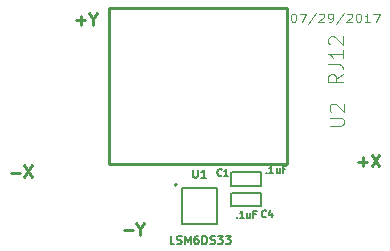
<source format=gto>
G04 #@! TF.FileFunction,Legend,Top*
%FSLAX46Y46*%
G04 Gerber Fmt 4.6, Leading zero omitted, Abs format (unit mm)*
G04 Created by KiCad (PCBNEW 4.0.6-e0-6349~53~ubuntu16.04.1) date Sat Jul 29 16:24:50 2017*
%MOMM*%
%LPD*%
G01*
G04 APERTURE LIST*
%ADD10C,0.150000*%
%ADD11C,0.125000*%
%ADD12C,0.250000*%
%ADD13C,0.254000*%
%ADD14C,0.200660*%
%ADD15C,0.127000*%
%ADD16C,0.099060*%
%ADD17C,0.175000*%
%ADD18C,0.170000*%
G04 APERTURE END LIST*
D10*
D11*
X159957142Y-92516667D02*
X160033333Y-92516667D01*
X160109523Y-92550000D01*
X160147618Y-92583333D01*
X160185714Y-92650000D01*
X160223809Y-92783333D01*
X160223809Y-92950000D01*
X160185714Y-93083333D01*
X160147618Y-93150000D01*
X160109523Y-93183333D01*
X160033333Y-93216667D01*
X159957142Y-93216667D01*
X159880952Y-93183333D01*
X159842856Y-93150000D01*
X159804761Y-93083333D01*
X159766666Y-92950000D01*
X159766666Y-92783333D01*
X159804761Y-92650000D01*
X159842856Y-92583333D01*
X159880952Y-92550000D01*
X159957142Y-92516667D01*
X160490476Y-92516667D02*
X161023809Y-92516667D01*
X160680952Y-93216667D01*
X161900000Y-92483333D02*
X161214285Y-93383333D01*
X162128571Y-92583333D02*
X162166666Y-92550000D01*
X162242857Y-92516667D01*
X162433333Y-92516667D01*
X162509523Y-92550000D01*
X162547619Y-92583333D01*
X162585714Y-92650000D01*
X162585714Y-92716667D01*
X162547619Y-92816667D01*
X162090476Y-93216667D01*
X162585714Y-93216667D01*
X162966666Y-93216667D02*
X163119047Y-93216667D01*
X163195238Y-93183333D01*
X163233333Y-93150000D01*
X163309524Y-93050000D01*
X163347619Y-92916667D01*
X163347619Y-92650000D01*
X163309524Y-92583333D01*
X163271428Y-92550000D01*
X163195238Y-92516667D01*
X163042857Y-92516667D01*
X162966666Y-92550000D01*
X162928571Y-92583333D01*
X162890476Y-92650000D01*
X162890476Y-92816667D01*
X162928571Y-92883333D01*
X162966666Y-92916667D01*
X163042857Y-92950000D01*
X163195238Y-92950000D01*
X163271428Y-92916667D01*
X163309524Y-92883333D01*
X163347619Y-92816667D01*
X164261905Y-92483333D02*
X163576190Y-93383333D01*
X164490476Y-92583333D02*
X164528571Y-92550000D01*
X164604762Y-92516667D01*
X164795238Y-92516667D01*
X164871428Y-92550000D01*
X164909524Y-92583333D01*
X164947619Y-92650000D01*
X164947619Y-92716667D01*
X164909524Y-92816667D01*
X164452381Y-93216667D01*
X164947619Y-93216667D01*
X165442857Y-92516667D02*
X165519048Y-92516667D01*
X165595238Y-92550000D01*
X165633333Y-92583333D01*
X165671429Y-92650000D01*
X165709524Y-92783333D01*
X165709524Y-92950000D01*
X165671429Y-93083333D01*
X165633333Y-93150000D01*
X165595238Y-93183333D01*
X165519048Y-93216667D01*
X165442857Y-93216667D01*
X165366667Y-93183333D01*
X165328571Y-93150000D01*
X165290476Y-93083333D01*
X165252381Y-92950000D01*
X165252381Y-92783333D01*
X165290476Y-92650000D01*
X165328571Y-92583333D01*
X165366667Y-92550000D01*
X165442857Y-92516667D01*
X166471429Y-93216667D02*
X166014286Y-93216667D01*
X166242857Y-93216667D02*
X166242857Y-92516667D01*
X166166667Y-92616667D01*
X166090476Y-92683333D01*
X166014286Y-92716667D01*
X166738096Y-92516667D02*
X167271429Y-92516667D01*
X166928572Y-93216667D01*
D12*
X136042857Y-105971429D02*
X136804762Y-105971429D01*
X137185714Y-105352381D02*
X137852381Y-106352381D01*
X137852381Y-105352381D02*
X137185714Y-106352381D01*
X145590476Y-110871429D02*
X146352381Y-110871429D01*
X147019047Y-110776190D02*
X147019047Y-111252381D01*
X146685714Y-110252381D02*
X147019047Y-110776190D01*
X147352381Y-110252381D01*
X165442857Y-105071429D02*
X166204762Y-105071429D01*
X165823810Y-105452381D02*
X165823810Y-104690476D01*
X166585714Y-104452381D02*
X167252381Y-105452381D01*
X167252381Y-104452381D02*
X166585714Y-105452381D01*
X141590476Y-93071429D02*
X142352381Y-93071429D01*
X141971429Y-93452381D02*
X141971429Y-92690476D01*
X143019047Y-92976190D02*
X143019047Y-93452381D01*
X142685714Y-92452381D02*
X143019047Y-92976190D01*
X143352381Y-92452381D01*
D13*
X159440000Y-91995000D02*
X159440000Y-105205000D01*
X159440000Y-105205000D02*
X144360000Y-105205000D01*
X144360000Y-105205000D02*
X144360000Y-91995000D01*
X144360000Y-91995000D02*
X159440000Y-91995000D01*
D10*
X150100000Y-107000000D02*
G75*
G03X150100000Y-107000000I-100000J0D01*
G01*
D14*
X153500000Y-107300000D02*
X153500000Y-110300000D01*
X153500000Y-110300000D02*
X150500000Y-110300000D01*
X150500000Y-107300000D02*
X150500000Y-110300000D01*
X150500000Y-107300000D02*
X153500000Y-107300000D01*
D15*
X154750000Y-107680000D02*
X157250000Y-107680000D01*
X157270000Y-107680000D02*
X157270000Y-108820000D01*
X157250000Y-108820000D02*
X154750000Y-108820000D01*
X154730000Y-108820000D02*
X154730000Y-107680000D01*
X154750000Y-105930000D02*
X157250000Y-105930000D01*
X157270000Y-105930000D02*
X157270000Y-107070000D01*
X157250000Y-107070000D02*
X154750000Y-107070000D01*
X154730000Y-107070000D02*
X154730000Y-105930000D01*
D16*
X163042857Y-102014286D02*
X164014286Y-102014286D01*
X164128571Y-101957143D01*
X164185714Y-101900000D01*
X164242857Y-101785714D01*
X164242857Y-101557143D01*
X164185714Y-101442857D01*
X164128571Y-101385714D01*
X164014286Y-101328571D01*
X163042857Y-101328571D01*
X163157143Y-100814286D02*
X163100000Y-100757143D01*
X163042857Y-100642857D01*
X163042857Y-100357143D01*
X163100000Y-100242857D01*
X163157143Y-100185714D01*
X163271429Y-100128571D01*
X163385714Y-100128571D01*
X163557143Y-100185714D01*
X164242857Y-100871428D01*
X164242857Y-100128571D01*
X164142857Y-97628571D02*
X163571429Y-98028571D01*
X164142857Y-98314286D02*
X162942857Y-98314286D01*
X162942857Y-97857143D01*
X163000000Y-97742857D01*
X163057143Y-97685714D01*
X163171429Y-97628571D01*
X163342857Y-97628571D01*
X163457143Y-97685714D01*
X163514286Y-97742857D01*
X163571429Y-97857143D01*
X163571429Y-98314286D01*
X162942857Y-96771429D02*
X163800000Y-96771429D01*
X163971429Y-96828571D01*
X164085714Y-96942857D01*
X164142857Y-97114286D01*
X164142857Y-97228571D01*
X164142857Y-95571428D02*
X164142857Y-96257143D01*
X164142857Y-95914285D02*
X162942857Y-95914285D01*
X163114286Y-96028571D01*
X163228571Y-96142857D01*
X163285714Y-96257143D01*
X163057143Y-95114286D02*
X163000000Y-95057143D01*
X162942857Y-94942857D01*
X162942857Y-94657143D01*
X163000000Y-94542857D01*
X163057143Y-94485714D01*
X163171429Y-94428571D01*
X163285714Y-94428571D01*
X163457143Y-94485714D01*
X164142857Y-95171428D01*
X164142857Y-94428571D01*
D17*
X151466667Y-105716667D02*
X151466667Y-106283333D01*
X151500000Y-106350000D01*
X151533333Y-106383333D01*
X151600000Y-106416667D01*
X151733333Y-106416667D01*
X151800000Y-106383333D01*
X151833333Y-106350000D01*
X151866667Y-106283333D01*
X151866667Y-105716667D01*
X152566666Y-106416667D02*
X152166666Y-106416667D01*
X152366666Y-106416667D02*
X152366666Y-105716667D01*
X152300000Y-105816667D01*
X152233333Y-105883333D01*
X152166666Y-105916667D01*
D18*
X149899999Y-112016667D02*
X149566666Y-112016667D01*
X149566666Y-111316667D01*
X150099999Y-111983333D02*
X150199999Y-112016667D01*
X150366666Y-112016667D01*
X150433333Y-111983333D01*
X150466666Y-111950000D01*
X150499999Y-111883333D01*
X150499999Y-111816667D01*
X150466666Y-111750000D01*
X150433333Y-111716667D01*
X150366666Y-111683333D01*
X150233333Y-111650000D01*
X150166666Y-111616667D01*
X150133333Y-111583333D01*
X150099999Y-111516667D01*
X150099999Y-111450000D01*
X150133333Y-111383333D01*
X150166666Y-111350000D01*
X150233333Y-111316667D01*
X150399999Y-111316667D01*
X150499999Y-111350000D01*
X150800000Y-112016667D02*
X150800000Y-111316667D01*
X151033333Y-111816667D01*
X151266666Y-111316667D01*
X151266666Y-112016667D01*
X151900000Y-111316667D02*
X151766666Y-111316667D01*
X151700000Y-111350000D01*
X151666666Y-111383333D01*
X151600000Y-111483333D01*
X151566666Y-111616667D01*
X151566666Y-111883333D01*
X151600000Y-111950000D01*
X151633333Y-111983333D01*
X151700000Y-112016667D01*
X151833333Y-112016667D01*
X151900000Y-111983333D01*
X151933333Y-111950000D01*
X151966666Y-111883333D01*
X151966666Y-111716667D01*
X151933333Y-111650000D01*
X151900000Y-111616667D01*
X151833333Y-111583333D01*
X151700000Y-111583333D01*
X151633333Y-111616667D01*
X151600000Y-111650000D01*
X151566666Y-111716667D01*
X152266667Y-112016667D02*
X152266667Y-111316667D01*
X152433333Y-111316667D01*
X152533333Y-111350000D01*
X152600000Y-111416667D01*
X152633333Y-111483333D01*
X152666667Y-111616667D01*
X152666667Y-111716667D01*
X152633333Y-111850000D01*
X152600000Y-111916667D01*
X152533333Y-111983333D01*
X152433333Y-112016667D01*
X152266667Y-112016667D01*
X152933333Y-111983333D02*
X153033333Y-112016667D01*
X153200000Y-112016667D01*
X153266667Y-111983333D01*
X153300000Y-111950000D01*
X153333333Y-111883333D01*
X153333333Y-111816667D01*
X153300000Y-111750000D01*
X153266667Y-111716667D01*
X153200000Y-111683333D01*
X153066667Y-111650000D01*
X153000000Y-111616667D01*
X152966667Y-111583333D01*
X152933333Y-111516667D01*
X152933333Y-111450000D01*
X152966667Y-111383333D01*
X153000000Y-111350000D01*
X153066667Y-111316667D01*
X153233333Y-111316667D01*
X153333333Y-111350000D01*
X153566667Y-111316667D02*
X154000000Y-111316667D01*
X153766667Y-111583333D01*
X153866667Y-111583333D01*
X153933334Y-111616667D01*
X153966667Y-111650000D01*
X154000000Y-111716667D01*
X154000000Y-111883333D01*
X153966667Y-111950000D01*
X153933334Y-111983333D01*
X153866667Y-112016667D01*
X153666667Y-112016667D01*
X153600000Y-111983333D01*
X153566667Y-111950000D01*
X154233334Y-111316667D02*
X154666667Y-111316667D01*
X154433334Y-111583333D01*
X154533334Y-111583333D01*
X154600001Y-111616667D01*
X154633334Y-111650000D01*
X154666667Y-111716667D01*
X154666667Y-111883333D01*
X154633334Y-111950000D01*
X154600001Y-111983333D01*
X154533334Y-112016667D01*
X154333334Y-112016667D01*
X154266667Y-111983333D01*
X154233334Y-111950000D01*
D10*
X157650000Y-109714286D02*
X157621429Y-109742857D01*
X157535715Y-109771429D01*
X157478572Y-109771429D01*
X157392857Y-109742857D01*
X157335715Y-109685714D01*
X157307143Y-109628571D01*
X157278572Y-109514286D01*
X157278572Y-109428571D01*
X157307143Y-109314286D01*
X157335715Y-109257143D01*
X157392857Y-109200000D01*
X157478572Y-109171429D01*
X157535715Y-109171429D01*
X157621429Y-109200000D01*
X157650000Y-109228571D01*
X158164286Y-109371429D02*
X158164286Y-109771429D01*
X158021429Y-109142857D02*
X157878572Y-109571429D01*
X158250000Y-109571429D01*
X155185714Y-109764286D02*
X155214286Y-109792857D01*
X155185714Y-109821429D01*
X155157143Y-109792857D01*
X155185714Y-109764286D01*
X155185714Y-109821429D01*
X155785714Y-109821429D02*
X155442857Y-109821429D01*
X155614285Y-109821429D02*
X155614285Y-109221429D01*
X155557142Y-109307143D01*
X155500000Y-109364286D01*
X155442857Y-109392857D01*
X156300000Y-109421429D02*
X156300000Y-109821429D01*
X156042857Y-109421429D02*
X156042857Y-109735714D01*
X156071429Y-109792857D01*
X156128571Y-109821429D01*
X156214286Y-109821429D01*
X156271429Y-109792857D01*
X156300000Y-109764286D01*
X156785714Y-109507143D02*
X156585714Y-109507143D01*
X156585714Y-109821429D02*
X156585714Y-109221429D01*
X156871428Y-109221429D01*
X153900000Y-106214286D02*
X153871429Y-106242857D01*
X153785715Y-106271429D01*
X153728572Y-106271429D01*
X153642857Y-106242857D01*
X153585715Y-106185714D01*
X153557143Y-106128571D01*
X153528572Y-106014286D01*
X153528572Y-105928571D01*
X153557143Y-105814286D01*
X153585715Y-105757143D01*
X153642857Y-105700000D01*
X153728572Y-105671429D01*
X153785715Y-105671429D01*
X153871429Y-105700000D01*
X153900000Y-105728571D01*
X154471429Y-106271429D02*
X154128572Y-106271429D01*
X154300000Y-106271429D02*
X154300000Y-105671429D01*
X154242857Y-105757143D01*
X154185715Y-105814286D01*
X154128572Y-105842857D01*
X157685714Y-105964286D02*
X157714286Y-105992857D01*
X157685714Y-106021429D01*
X157657143Y-105992857D01*
X157685714Y-105964286D01*
X157685714Y-106021429D01*
X158285714Y-106021429D02*
X157942857Y-106021429D01*
X158114285Y-106021429D02*
X158114285Y-105421429D01*
X158057142Y-105507143D01*
X158000000Y-105564286D01*
X157942857Y-105592857D01*
X158800000Y-105621429D02*
X158800000Y-106021429D01*
X158542857Y-105621429D02*
X158542857Y-105935714D01*
X158571429Y-105992857D01*
X158628571Y-106021429D01*
X158714286Y-106021429D01*
X158771429Y-105992857D01*
X158800000Y-105964286D01*
X159285714Y-105707143D02*
X159085714Y-105707143D01*
X159085714Y-106021429D02*
X159085714Y-105421429D01*
X159371428Y-105421429D01*
M02*

</source>
